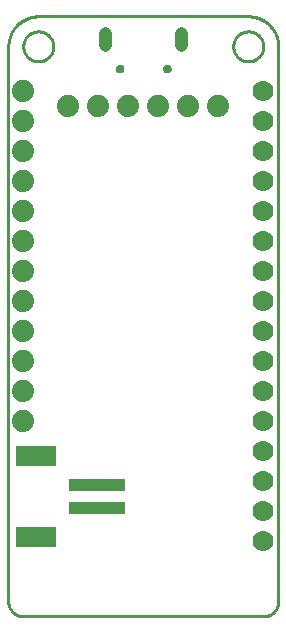
<source format=gbs>
G75*
%MOIN*%
%OFA0B0*%
%FSLAX25Y25*%
%IPPOS*%
%LPD*%
%AMOC8*
5,1,8,0,0,1.08239X$1,22.5*
%
%ADD10C,0.01000*%
%ADD11C,0.07400*%
%ADD12C,0.04400*%
%ADD13C,0.00000*%
%ADD14C,0.02900*%
%ADD15R,0.18510X0.04337*%
%ADD16R,0.13786X0.06699*%
%ADD17C,0.07000*%
D10*
X0006800Y0021144D02*
X0086800Y0021144D01*
X0086940Y0021146D01*
X0087080Y0021152D01*
X0087220Y0021162D01*
X0087360Y0021175D01*
X0087499Y0021193D01*
X0087638Y0021215D01*
X0087775Y0021240D01*
X0087913Y0021269D01*
X0088049Y0021302D01*
X0088184Y0021339D01*
X0088318Y0021380D01*
X0088451Y0021425D01*
X0088583Y0021473D01*
X0088713Y0021525D01*
X0088842Y0021580D01*
X0088969Y0021639D01*
X0089095Y0021702D01*
X0089219Y0021768D01*
X0089340Y0021837D01*
X0089460Y0021910D01*
X0089578Y0021987D01*
X0089693Y0022066D01*
X0089807Y0022149D01*
X0089917Y0022235D01*
X0090026Y0022324D01*
X0090132Y0022416D01*
X0090235Y0022511D01*
X0090336Y0022608D01*
X0090433Y0022709D01*
X0090528Y0022812D01*
X0090620Y0022918D01*
X0090709Y0023027D01*
X0090795Y0023137D01*
X0090878Y0023251D01*
X0090957Y0023366D01*
X0091034Y0023484D01*
X0091107Y0023604D01*
X0091176Y0023725D01*
X0091242Y0023849D01*
X0091305Y0023975D01*
X0091364Y0024102D01*
X0091419Y0024231D01*
X0091471Y0024361D01*
X0091519Y0024493D01*
X0091564Y0024626D01*
X0091605Y0024760D01*
X0091642Y0024895D01*
X0091675Y0025031D01*
X0091704Y0025169D01*
X0091729Y0025306D01*
X0091751Y0025445D01*
X0091769Y0025584D01*
X0091782Y0025724D01*
X0091792Y0025864D01*
X0091798Y0026004D01*
X0091800Y0026144D01*
X0091800Y0211144D01*
X0076800Y0211144D02*
X0076802Y0211285D01*
X0076808Y0211426D01*
X0076818Y0211566D01*
X0076832Y0211706D01*
X0076850Y0211846D01*
X0076871Y0211985D01*
X0076897Y0212124D01*
X0076926Y0212262D01*
X0076960Y0212398D01*
X0076997Y0212534D01*
X0077038Y0212669D01*
X0077083Y0212803D01*
X0077132Y0212935D01*
X0077184Y0213066D01*
X0077240Y0213195D01*
X0077300Y0213322D01*
X0077363Y0213448D01*
X0077429Y0213572D01*
X0077500Y0213695D01*
X0077573Y0213815D01*
X0077650Y0213933D01*
X0077730Y0214049D01*
X0077814Y0214162D01*
X0077900Y0214273D01*
X0077990Y0214382D01*
X0078083Y0214488D01*
X0078178Y0214591D01*
X0078277Y0214692D01*
X0078378Y0214790D01*
X0078482Y0214885D01*
X0078589Y0214977D01*
X0078698Y0215066D01*
X0078810Y0215151D01*
X0078924Y0215234D01*
X0079040Y0215314D01*
X0079159Y0215390D01*
X0079280Y0215462D01*
X0079402Y0215532D01*
X0079527Y0215597D01*
X0079653Y0215660D01*
X0079781Y0215718D01*
X0079911Y0215773D01*
X0080042Y0215825D01*
X0080175Y0215872D01*
X0080309Y0215916D01*
X0080444Y0215957D01*
X0080580Y0215993D01*
X0080717Y0216025D01*
X0080855Y0216054D01*
X0080993Y0216079D01*
X0081133Y0216099D01*
X0081273Y0216116D01*
X0081413Y0216129D01*
X0081554Y0216138D01*
X0081694Y0216143D01*
X0081835Y0216144D01*
X0081976Y0216141D01*
X0082117Y0216134D01*
X0082257Y0216123D01*
X0082397Y0216108D01*
X0082537Y0216089D01*
X0082676Y0216067D01*
X0082814Y0216040D01*
X0082952Y0216010D01*
X0083088Y0215975D01*
X0083224Y0215937D01*
X0083358Y0215895D01*
X0083492Y0215849D01*
X0083624Y0215800D01*
X0083754Y0215746D01*
X0083883Y0215689D01*
X0084010Y0215629D01*
X0084136Y0215565D01*
X0084259Y0215497D01*
X0084381Y0215426D01*
X0084501Y0215352D01*
X0084618Y0215274D01*
X0084733Y0215193D01*
X0084846Y0215109D01*
X0084957Y0215022D01*
X0085065Y0214931D01*
X0085170Y0214838D01*
X0085273Y0214741D01*
X0085373Y0214642D01*
X0085470Y0214540D01*
X0085564Y0214435D01*
X0085655Y0214328D01*
X0085743Y0214218D01*
X0085828Y0214106D01*
X0085910Y0213991D01*
X0085989Y0213874D01*
X0086064Y0213755D01*
X0086136Y0213634D01*
X0086204Y0213511D01*
X0086269Y0213386D01*
X0086331Y0213259D01*
X0086388Y0213130D01*
X0086443Y0213000D01*
X0086493Y0212869D01*
X0086540Y0212736D01*
X0086583Y0212602D01*
X0086622Y0212466D01*
X0086657Y0212330D01*
X0086689Y0212193D01*
X0086716Y0212055D01*
X0086740Y0211916D01*
X0086760Y0211776D01*
X0086776Y0211636D01*
X0086788Y0211496D01*
X0086796Y0211355D01*
X0086800Y0211214D01*
X0086800Y0211074D01*
X0086796Y0210933D01*
X0086788Y0210792D01*
X0086776Y0210652D01*
X0086760Y0210512D01*
X0086740Y0210372D01*
X0086716Y0210233D01*
X0086689Y0210095D01*
X0086657Y0209958D01*
X0086622Y0209822D01*
X0086583Y0209686D01*
X0086540Y0209552D01*
X0086493Y0209419D01*
X0086443Y0209288D01*
X0086388Y0209158D01*
X0086331Y0209029D01*
X0086269Y0208902D01*
X0086204Y0208777D01*
X0086136Y0208654D01*
X0086064Y0208533D01*
X0085989Y0208414D01*
X0085910Y0208297D01*
X0085828Y0208182D01*
X0085743Y0208070D01*
X0085655Y0207960D01*
X0085564Y0207853D01*
X0085470Y0207748D01*
X0085373Y0207646D01*
X0085273Y0207547D01*
X0085170Y0207450D01*
X0085065Y0207357D01*
X0084957Y0207266D01*
X0084846Y0207179D01*
X0084733Y0207095D01*
X0084618Y0207014D01*
X0084501Y0206936D01*
X0084381Y0206862D01*
X0084259Y0206791D01*
X0084136Y0206723D01*
X0084010Y0206659D01*
X0083883Y0206599D01*
X0083754Y0206542D01*
X0083624Y0206488D01*
X0083492Y0206439D01*
X0083358Y0206393D01*
X0083224Y0206351D01*
X0083088Y0206313D01*
X0082952Y0206278D01*
X0082814Y0206248D01*
X0082676Y0206221D01*
X0082537Y0206199D01*
X0082397Y0206180D01*
X0082257Y0206165D01*
X0082117Y0206154D01*
X0081976Y0206147D01*
X0081835Y0206144D01*
X0081694Y0206145D01*
X0081554Y0206150D01*
X0081413Y0206159D01*
X0081273Y0206172D01*
X0081133Y0206189D01*
X0080993Y0206209D01*
X0080855Y0206234D01*
X0080717Y0206263D01*
X0080580Y0206295D01*
X0080444Y0206331D01*
X0080309Y0206372D01*
X0080175Y0206416D01*
X0080042Y0206463D01*
X0079911Y0206515D01*
X0079781Y0206570D01*
X0079653Y0206628D01*
X0079527Y0206691D01*
X0079402Y0206756D01*
X0079280Y0206826D01*
X0079159Y0206898D01*
X0079040Y0206974D01*
X0078924Y0207054D01*
X0078810Y0207137D01*
X0078698Y0207222D01*
X0078589Y0207311D01*
X0078482Y0207403D01*
X0078378Y0207498D01*
X0078277Y0207596D01*
X0078178Y0207697D01*
X0078083Y0207800D01*
X0077990Y0207906D01*
X0077900Y0208015D01*
X0077814Y0208126D01*
X0077730Y0208239D01*
X0077650Y0208355D01*
X0077573Y0208473D01*
X0077500Y0208593D01*
X0077429Y0208716D01*
X0077363Y0208840D01*
X0077300Y0208966D01*
X0077240Y0209093D01*
X0077184Y0209222D01*
X0077132Y0209353D01*
X0077083Y0209485D01*
X0077038Y0209619D01*
X0076997Y0209754D01*
X0076960Y0209890D01*
X0076926Y0210026D01*
X0076897Y0210164D01*
X0076871Y0210303D01*
X0076850Y0210442D01*
X0076832Y0210582D01*
X0076818Y0210722D01*
X0076808Y0210862D01*
X0076802Y0211003D01*
X0076800Y0211144D01*
X0081800Y0221144D02*
X0082042Y0221141D01*
X0082283Y0221132D01*
X0082524Y0221118D01*
X0082765Y0221097D01*
X0083005Y0221071D01*
X0083245Y0221039D01*
X0083484Y0221001D01*
X0083721Y0220958D01*
X0083958Y0220908D01*
X0084193Y0220853D01*
X0084427Y0220793D01*
X0084659Y0220726D01*
X0084890Y0220655D01*
X0085119Y0220577D01*
X0085346Y0220494D01*
X0085571Y0220406D01*
X0085794Y0220312D01*
X0086014Y0220213D01*
X0086232Y0220108D01*
X0086447Y0219999D01*
X0086660Y0219884D01*
X0086870Y0219764D01*
X0087076Y0219639D01*
X0087280Y0219509D01*
X0087481Y0219374D01*
X0087678Y0219234D01*
X0087872Y0219090D01*
X0088062Y0218941D01*
X0088248Y0218787D01*
X0088431Y0218629D01*
X0088610Y0218467D01*
X0088785Y0218300D01*
X0088956Y0218129D01*
X0089123Y0217954D01*
X0089285Y0217775D01*
X0089443Y0217592D01*
X0089597Y0217406D01*
X0089746Y0217216D01*
X0089890Y0217022D01*
X0090030Y0216825D01*
X0090165Y0216624D01*
X0090295Y0216420D01*
X0090420Y0216214D01*
X0090540Y0216004D01*
X0090655Y0215791D01*
X0090764Y0215576D01*
X0090869Y0215358D01*
X0090968Y0215138D01*
X0091062Y0214915D01*
X0091150Y0214690D01*
X0091233Y0214463D01*
X0091311Y0214234D01*
X0091382Y0214003D01*
X0091449Y0213771D01*
X0091509Y0213537D01*
X0091564Y0213302D01*
X0091614Y0213065D01*
X0091657Y0212828D01*
X0091695Y0212589D01*
X0091727Y0212349D01*
X0091753Y0212109D01*
X0091774Y0211868D01*
X0091788Y0211627D01*
X0091797Y0211386D01*
X0091800Y0211144D01*
X0081800Y0221144D02*
X0011800Y0221144D01*
X0006800Y0211144D02*
X0006802Y0211285D01*
X0006808Y0211426D01*
X0006818Y0211566D01*
X0006832Y0211706D01*
X0006850Y0211846D01*
X0006871Y0211985D01*
X0006897Y0212124D01*
X0006926Y0212262D01*
X0006960Y0212398D01*
X0006997Y0212534D01*
X0007038Y0212669D01*
X0007083Y0212803D01*
X0007132Y0212935D01*
X0007184Y0213066D01*
X0007240Y0213195D01*
X0007300Y0213322D01*
X0007363Y0213448D01*
X0007429Y0213572D01*
X0007500Y0213695D01*
X0007573Y0213815D01*
X0007650Y0213933D01*
X0007730Y0214049D01*
X0007814Y0214162D01*
X0007900Y0214273D01*
X0007990Y0214382D01*
X0008083Y0214488D01*
X0008178Y0214591D01*
X0008277Y0214692D01*
X0008378Y0214790D01*
X0008482Y0214885D01*
X0008589Y0214977D01*
X0008698Y0215066D01*
X0008810Y0215151D01*
X0008924Y0215234D01*
X0009040Y0215314D01*
X0009159Y0215390D01*
X0009280Y0215462D01*
X0009402Y0215532D01*
X0009527Y0215597D01*
X0009653Y0215660D01*
X0009781Y0215718D01*
X0009911Y0215773D01*
X0010042Y0215825D01*
X0010175Y0215872D01*
X0010309Y0215916D01*
X0010444Y0215957D01*
X0010580Y0215993D01*
X0010717Y0216025D01*
X0010855Y0216054D01*
X0010993Y0216079D01*
X0011133Y0216099D01*
X0011273Y0216116D01*
X0011413Y0216129D01*
X0011554Y0216138D01*
X0011694Y0216143D01*
X0011835Y0216144D01*
X0011976Y0216141D01*
X0012117Y0216134D01*
X0012257Y0216123D01*
X0012397Y0216108D01*
X0012537Y0216089D01*
X0012676Y0216067D01*
X0012814Y0216040D01*
X0012952Y0216010D01*
X0013088Y0215975D01*
X0013224Y0215937D01*
X0013358Y0215895D01*
X0013492Y0215849D01*
X0013624Y0215800D01*
X0013754Y0215746D01*
X0013883Y0215689D01*
X0014010Y0215629D01*
X0014136Y0215565D01*
X0014259Y0215497D01*
X0014381Y0215426D01*
X0014501Y0215352D01*
X0014618Y0215274D01*
X0014733Y0215193D01*
X0014846Y0215109D01*
X0014957Y0215022D01*
X0015065Y0214931D01*
X0015170Y0214838D01*
X0015273Y0214741D01*
X0015373Y0214642D01*
X0015470Y0214540D01*
X0015564Y0214435D01*
X0015655Y0214328D01*
X0015743Y0214218D01*
X0015828Y0214106D01*
X0015910Y0213991D01*
X0015989Y0213874D01*
X0016064Y0213755D01*
X0016136Y0213634D01*
X0016204Y0213511D01*
X0016269Y0213386D01*
X0016331Y0213259D01*
X0016388Y0213130D01*
X0016443Y0213000D01*
X0016493Y0212869D01*
X0016540Y0212736D01*
X0016583Y0212602D01*
X0016622Y0212466D01*
X0016657Y0212330D01*
X0016689Y0212193D01*
X0016716Y0212055D01*
X0016740Y0211916D01*
X0016760Y0211776D01*
X0016776Y0211636D01*
X0016788Y0211496D01*
X0016796Y0211355D01*
X0016800Y0211214D01*
X0016800Y0211074D01*
X0016796Y0210933D01*
X0016788Y0210792D01*
X0016776Y0210652D01*
X0016760Y0210512D01*
X0016740Y0210372D01*
X0016716Y0210233D01*
X0016689Y0210095D01*
X0016657Y0209958D01*
X0016622Y0209822D01*
X0016583Y0209686D01*
X0016540Y0209552D01*
X0016493Y0209419D01*
X0016443Y0209288D01*
X0016388Y0209158D01*
X0016331Y0209029D01*
X0016269Y0208902D01*
X0016204Y0208777D01*
X0016136Y0208654D01*
X0016064Y0208533D01*
X0015989Y0208414D01*
X0015910Y0208297D01*
X0015828Y0208182D01*
X0015743Y0208070D01*
X0015655Y0207960D01*
X0015564Y0207853D01*
X0015470Y0207748D01*
X0015373Y0207646D01*
X0015273Y0207547D01*
X0015170Y0207450D01*
X0015065Y0207357D01*
X0014957Y0207266D01*
X0014846Y0207179D01*
X0014733Y0207095D01*
X0014618Y0207014D01*
X0014501Y0206936D01*
X0014381Y0206862D01*
X0014259Y0206791D01*
X0014136Y0206723D01*
X0014010Y0206659D01*
X0013883Y0206599D01*
X0013754Y0206542D01*
X0013624Y0206488D01*
X0013492Y0206439D01*
X0013358Y0206393D01*
X0013224Y0206351D01*
X0013088Y0206313D01*
X0012952Y0206278D01*
X0012814Y0206248D01*
X0012676Y0206221D01*
X0012537Y0206199D01*
X0012397Y0206180D01*
X0012257Y0206165D01*
X0012117Y0206154D01*
X0011976Y0206147D01*
X0011835Y0206144D01*
X0011694Y0206145D01*
X0011554Y0206150D01*
X0011413Y0206159D01*
X0011273Y0206172D01*
X0011133Y0206189D01*
X0010993Y0206209D01*
X0010855Y0206234D01*
X0010717Y0206263D01*
X0010580Y0206295D01*
X0010444Y0206331D01*
X0010309Y0206372D01*
X0010175Y0206416D01*
X0010042Y0206463D01*
X0009911Y0206515D01*
X0009781Y0206570D01*
X0009653Y0206628D01*
X0009527Y0206691D01*
X0009402Y0206756D01*
X0009280Y0206826D01*
X0009159Y0206898D01*
X0009040Y0206974D01*
X0008924Y0207054D01*
X0008810Y0207137D01*
X0008698Y0207222D01*
X0008589Y0207311D01*
X0008482Y0207403D01*
X0008378Y0207498D01*
X0008277Y0207596D01*
X0008178Y0207697D01*
X0008083Y0207800D01*
X0007990Y0207906D01*
X0007900Y0208015D01*
X0007814Y0208126D01*
X0007730Y0208239D01*
X0007650Y0208355D01*
X0007573Y0208473D01*
X0007500Y0208593D01*
X0007429Y0208716D01*
X0007363Y0208840D01*
X0007300Y0208966D01*
X0007240Y0209093D01*
X0007184Y0209222D01*
X0007132Y0209353D01*
X0007083Y0209485D01*
X0007038Y0209619D01*
X0006997Y0209754D01*
X0006960Y0209890D01*
X0006926Y0210026D01*
X0006897Y0210164D01*
X0006871Y0210303D01*
X0006850Y0210442D01*
X0006832Y0210582D01*
X0006818Y0210722D01*
X0006808Y0210862D01*
X0006802Y0211003D01*
X0006800Y0211144D01*
X0001800Y0211144D02*
X0001803Y0211386D01*
X0001812Y0211627D01*
X0001826Y0211868D01*
X0001847Y0212109D01*
X0001873Y0212349D01*
X0001905Y0212589D01*
X0001943Y0212828D01*
X0001986Y0213065D01*
X0002036Y0213302D01*
X0002091Y0213537D01*
X0002151Y0213771D01*
X0002218Y0214003D01*
X0002289Y0214234D01*
X0002367Y0214463D01*
X0002450Y0214690D01*
X0002538Y0214915D01*
X0002632Y0215138D01*
X0002731Y0215358D01*
X0002836Y0215576D01*
X0002945Y0215791D01*
X0003060Y0216004D01*
X0003180Y0216214D01*
X0003305Y0216420D01*
X0003435Y0216624D01*
X0003570Y0216825D01*
X0003710Y0217022D01*
X0003854Y0217216D01*
X0004003Y0217406D01*
X0004157Y0217592D01*
X0004315Y0217775D01*
X0004477Y0217954D01*
X0004644Y0218129D01*
X0004815Y0218300D01*
X0004990Y0218467D01*
X0005169Y0218629D01*
X0005352Y0218787D01*
X0005538Y0218941D01*
X0005728Y0219090D01*
X0005922Y0219234D01*
X0006119Y0219374D01*
X0006320Y0219509D01*
X0006524Y0219639D01*
X0006730Y0219764D01*
X0006940Y0219884D01*
X0007153Y0219999D01*
X0007368Y0220108D01*
X0007586Y0220213D01*
X0007806Y0220312D01*
X0008029Y0220406D01*
X0008254Y0220494D01*
X0008481Y0220577D01*
X0008710Y0220655D01*
X0008941Y0220726D01*
X0009173Y0220793D01*
X0009407Y0220853D01*
X0009642Y0220908D01*
X0009879Y0220958D01*
X0010116Y0221001D01*
X0010355Y0221039D01*
X0010595Y0221071D01*
X0010835Y0221097D01*
X0011076Y0221118D01*
X0011317Y0221132D01*
X0011558Y0221141D01*
X0011800Y0221144D01*
X0001800Y0211144D02*
X0001800Y0026144D01*
X0001802Y0026004D01*
X0001808Y0025864D01*
X0001818Y0025724D01*
X0001831Y0025584D01*
X0001849Y0025445D01*
X0001871Y0025306D01*
X0001896Y0025169D01*
X0001925Y0025031D01*
X0001958Y0024895D01*
X0001995Y0024760D01*
X0002036Y0024626D01*
X0002081Y0024493D01*
X0002129Y0024361D01*
X0002181Y0024231D01*
X0002236Y0024102D01*
X0002295Y0023975D01*
X0002358Y0023849D01*
X0002424Y0023725D01*
X0002493Y0023604D01*
X0002566Y0023484D01*
X0002643Y0023366D01*
X0002722Y0023251D01*
X0002805Y0023137D01*
X0002891Y0023027D01*
X0002980Y0022918D01*
X0003072Y0022812D01*
X0003167Y0022709D01*
X0003264Y0022608D01*
X0003365Y0022511D01*
X0003468Y0022416D01*
X0003574Y0022324D01*
X0003683Y0022235D01*
X0003793Y0022149D01*
X0003907Y0022066D01*
X0004022Y0021987D01*
X0004140Y0021910D01*
X0004260Y0021837D01*
X0004381Y0021768D01*
X0004505Y0021702D01*
X0004631Y0021639D01*
X0004758Y0021580D01*
X0004887Y0021525D01*
X0005017Y0021473D01*
X0005149Y0021425D01*
X0005282Y0021380D01*
X0005416Y0021339D01*
X0005551Y0021302D01*
X0005687Y0021269D01*
X0005825Y0021240D01*
X0005962Y0021215D01*
X0006101Y0021193D01*
X0006240Y0021175D01*
X0006380Y0021162D01*
X0006520Y0021152D01*
X0006660Y0021146D01*
X0006800Y0021144D01*
D11*
X0006800Y0086144D03*
X0006800Y0096144D03*
X0006800Y0106144D03*
X0006800Y0116144D03*
X0006800Y0126144D03*
X0006800Y0136144D03*
X0006800Y0146144D03*
X0006800Y0156144D03*
X0006800Y0166144D03*
X0006800Y0176144D03*
X0006800Y0186144D03*
X0006800Y0196144D03*
X0021800Y0191144D03*
X0031800Y0191144D03*
X0041800Y0191144D03*
X0051800Y0191144D03*
X0061800Y0191144D03*
X0071800Y0191144D03*
D12*
X0059500Y0211644D02*
X0059500Y0215644D01*
X0034100Y0215644D02*
X0034100Y0211644D01*
D13*
X0037676Y0203703D02*
X0037678Y0203773D01*
X0037684Y0203843D01*
X0037694Y0203912D01*
X0037707Y0203981D01*
X0037725Y0204049D01*
X0037746Y0204116D01*
X0037771Y0204181D01*
X0037800Y0204245D01*
X0037832Y0204308D01*
X0037868Y0204368D01*
X0037907Y0204426D01*
X0037949Y0204482D01*
X0037994Y0204536D01*
X0038042Y0204587D01*
X0038093Y0204635D01*
X0038147Y0204680D01*
X0038203Y0204722D01*
X0038261Y0204761D01*
X0038321Y0204797D01*
X0038384Y0204829D01*
X0038448Y0204858D01*
X0038513Y0204883D01*
X0038580Y0204904D01*
X0038648Y0204922D01*
X0038717Y0204935D01*
X0038786Y0204945D01*
X0038856Y0204951D01*
X0038926Y0204953D01*
X0038996Y0204951D01*
X0039066Y0204945D01*
X0039135Y0204935D01*
X0039204Y0204922D01*
X0039272Y0204904D01*
X0039339Y0204883D01*
X0039404Y0204858D01*
X0039468Y0204829D01*
X0039531Y0204797D01*
X0039591Y0204761D01*
X0039649Y0204722D01*
X0039705Y0204680D01*
X0039759Y0204635D01*
X0039810Y0204587D01*
X0039858Y0204536D01*
X0039903Y0204482D01*
X0039945Y0204426D01*
X0039984Y0204368D01*
X0040020Y0204308D01*
X0040052Y0204245D01*
X0040081Y0204181D01*
X0040106Y0204116D01*
X0040127Y0204049D01*
X0040145Y0203981D01*
X0040158Y0203912D01*
X0040168Y0203843D01*
X0040174Y0203773D01*
X0040176Y0203703D01*
X0040174Y0203633D01*
X0040168Y0203563D01*
X0040158Y0203494D01*
X0040145Y0203425D01*
X0040127Y0203357D01*
X0040106Y0203290D01*
X0040081Y0203225D01*
X0040052Y0203161D01*
X0040020Y0203098D01*
X0039984Y0203038D01*
X0039945Y0202980D01*
X0039903Y0202924D01*
X0039858Y0202870D01*
X0039810Y0202819D01*
X0039759Y0202771D01*
X0039705Y0202726D01*
X0039649Y0202684D01*
X0039591Y0202645D01*
X0039531Y0202609D01*
X0039468Y0202577D01*
X0039404Y0202548D01*
X0039339Y0202523D01*
X0039272Y0202502D01*
X0039204Y0202484D01*
X0039135Y0202471D01*
X0039066Y0202461D01*
X0038996Y0202455D01*
X0038926Y0202453D01*
X0038856Y0202455D01*
X0038786Y0202461D01*
X0038717Y0202471D01*
X0038648Y0202484D01*
X0038580Y0202502D01*
X0038513Y0202523D01*
X0038448Y0202548D01*
X0038384Y0202577D01*
X0038321Y0202609D01*
X0038261Y0202645D01*
X0038203Y0202684D01*
X0038147Y0202726D01*
X0038093Y0202771D01*
X0038042Y0202819D01*
X0037994Y0202870D01*
X0037949Y0202924D01*
X0037907Y0202980D01*
X0037868Y0203038D01*
X0037832Y0203098D01*
X0037800Y0203161D01*
X0037771Y0203225D01*
X0037746Y0203290D01*
X0037725Y0203357D01*
X0037707Y0203425D01*
X0037694Y0203494D01*
X0037684Y0203563D01*
X0037678Y0203633D01*
X0037676Y0203703D01*
X0053424Y0203703D02*
X0053426Y0203773D01*
X0053432Y0203843D01*
X0053442Y0203912D01*
X0053455Y0203981D01*
X0053473Y0204049D01*
X0053494Y0204116D01*
X0053519Y0204181D01*
X0053548Y0204245D01*
X0053580Y0204308D01*
X0053616Y0204368D01*
X0053655Y0204426D01*
X0053697Y0204482D01*
X0053742Y0204536D01*
X0053790Y0204587D01*
X0053841Y0204635D01*
X0053895Y0204680D01*
X0053951Y0204722D01*
X0054009Y0204761D01*
X0054069Y0204797D01*
X0054132Y0204829D01*
X0054196Y0204858D01*
X0054261Y0204883D01*
X0054328Y0204904D01*
X0054396Y0204922D01*
X0054465Y0204935D01*
X0054534Y0204945D01*
X0054604Y0204951D01*
X0054674Y0204953D01*
X0054744Y0204951D01*
X0054814Y0204945D01*
X0054883Y0204935D01*
X0054952Y0204922D01*
X0055020Y0204904D01*
X0055087Y0204883D01*
X0055152Y0204858D01*
X0055216Y0204829D01*
X0055279Y0204797D01*
X0055339Y0204761D01*
X0055397Y0204722D01*
X0055453Y0204680D01*
X0055507Y0204635D01*
X0055558Y0204587D01*
X0055606Y0204536D01*
X0055651Y0204482D01*
X0055693Y0204426D01*
X0055732Y0204368D01*
X0055768Y0204308D01*
X0055800Y0204245D01*
X0055829Y0204181D01*
X0055854Y0204116D01*
X0055875Y0204049D01*
X0055893Y0203981D01*
X0055906Y0203912D01*
X0055916Y0203843D01*
X0055922Y0203773D01*
X0055924Y0203703D01*
X0055922Y0203633D01*
X0055916Y0203563D01*
X0055906Y0203494D01*
X0055893Y0203425D01*
X0055875Y0203357D01*
X0055854Y0203290D01*
X0055829Y0203225D01*
X0055800Y0203161D01*
X0055768Y0203098D01*
X0055732Y0203038D01*
X0055693Y0202980D01*
X0055651Y0202924D01*
X0055606Y0202870D01*
X0055558Y0202819D01*
X0055507Y0202771D01*
X0055453Y0202726D01*
X0055397Y0202684D01*
X0055339Y0202645D01*
X0055279Y0202609D01*
X0055216Y0202577D01*
X0055152Y0202548D01*
X0055087Y0202523D01*
X0055020Y0202502D01*
X0054952Y0202484D01*
X0054883Y0202471D01*
X0054814Y0202461D01*
X0054744Y0202455D01*
X0054674Y0202453D01*
X0054604Y0202455D01*
X0054534Y0202461D01*
X0054465Y0202471D01*
X0054396Y0202484D01*
X0054328Y0202502D01*
X0054261Y0202523D01*
X0054196Y0202548D01*
X0054132Y0202577D01*
X0054069Y0202609D01*
X0054009Y0202645D01*
X0053951Y0202684D01*
X0053895Y0202726D01*
X0053841Y0202771D01*
X0053790Y0202819D01*
X0053742Y0202870D01*
X0053697Y0202924D01*
X0053655Y0202980D01*
X0053616Y0203038D01*
X0053580Y0203098D01*
X0053548Y0203161D01*
X0053519Y0203225D01*
X0053494Y0203290D01*
X0053473Y0203357D01*
X0053455Y0203425D01*
X0053442Y0203494D01*
X0053432Y0203563D01*
X0053426Y0203633D01*
X0053424Y0203703D01*
D14*
X0054674Y0203703D03*
X0038926Y0203703D03*
D15*
X0031367Y0065081D03*
X0031367Y0057207D03*
D16*
X0010894Y0047758D03*
X0010894Y0074530D03*
D17*
X0086800Y0076144D03*
X0086800Y0086144D03*
X0086800Y0096144D03*
X0086800Y0106144D03*
X0086800Y0116144D03*
X0086800Y0126144D03*
X0086800Y0136144D03*
X0086800Y0146144D03*
X0086800Y0156144D03*
X0086800Y0166144D03*
X0086800Y0176144D03*
X0086800Y0186144D03*
X0086800Y0196144D03*
X0086800Y0066144D03*
X0086800Y0056144D03*
X0086800Y0046144D03*
M02*

</source>
